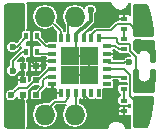
<source format=gbl>
G04 #@! TF.FileFunction,Copper,L2,Bot,Signal*
%FSLAX46Y46*%
G04 Gerber Fmt 4.6, Leading zero omitted, Abs format (unit mm)*
G04 Created by KiCad (PCBNEW 4.0.5) date 12/10/17 16:05:20*
%MOMM*%
%LPD*%
G01*
G04 APERTURE LIST*
%ADD10C,0.100000*%
%ADD11R,1.727200X2.032000*%
%ADD12O,1.727200X1.727200*%
%ADD13R,0.600000X0.400000*%
%ADD14R,0.600000X0.500000*%
%ADD15R,0.400000X0.600000*%
%ADD16R,0.750000X0.300000*%
%ADD17R,0.300000X0.750000*%
%ADD18R,1.600000X1.600000*%
%ADD19C,0.600000*%
%ADD20C,0.152400*%
%ADD21C,0.300000*%
%ADD22C,0.254000*%
G04 APERTURE END LIST*
D10*
D11*
X18060000Y-27650000D03*
D12*
X20600000Y-27650000D03*
X23140000Y-27650000D03*
X25680000Y-27650000D03*
D13*
X27300000Y-25450000D03*
X27300000Y-24550000D03*
X27300000Y-20410000D03*
X27300000Y-19510000D03*
D14*
X18775000Y-25950000D03*
X19875000Y-25950000D03*
X19875000Y-23550000D03*
X18775000Y-23550000D03*
X19875000Y-24750000D03*
X18775000Y-24750000D03*
D13*
X27300000Y-26450000D03*
X27300000Y-27350000D03*
X27300000Y-22100000D03*
X27300000Y-21200000D03*
D15*
X19050000Y-22300000D03*
X19950000Y-22300000D03*
X19050000Y-21000000D03*
X19950000Y-21000000D03*
D11*
X18070000Y-19350000D03*
D12*
X20610000Y-19350000D03*
X23150000Y-19350000D03*
X25690000Y-19350000D03*
D13*
X28500000Y-20550000D03*
X28500000Y-21450000D03*
X28500000Y-25300000D03*
X28500000Y-26200000D03*
D16*
X25900000Y-21825000D03*
X25900000Y-22475000D03*
X25900000Y-23125000D03*
X25900000Y-23775000D03*
X25900000Y-24425000D03*
X25900000Y-25075000D03*
D17*
X25200000Y-25775000D03*
X24550000Y-25775000D03*
X23900000Y-25775000D03*
X23250000Y-25775000D03*
X22600000Y-25775000D03*
X21950000Y-25775000D03*
D16*
X21250000Y-25075000D03*
X21250000Y-24425000D03*
X21250000Y-23775000D03*
X21250000Y-23125000D03*
X21250000Y-22475000D03*
X21250000Y-21825000D03*
D17*
X21950000Y-21125000D03*
X22600000Y-21125000D03*
X23250000Y-21125000D03*
X23900000Y-21125000D03*
X24550000Y-21125000D03*
X25200000Y-21125000D03*
D18*
X22775000Y-24250000D03*
X22775000Y-22650000D03*
X24375000Y-24250000D03*
X24375000Y-22650000D03*
D19*
X24490000Y-18770000D03*
X17750010Y-21000000D03*
X26202402Y-18600000D03*
X26797680Y-22704641D03*
X26202402Y-25900000D03*
X17750000Y-26000000D03*
X17900000Y-21925000D03*
X17900000Y-23925000D03*
X27730000Y-23220000D03*
X28500000Y-21790000D03*
X28300000Y-26500000D03*
X28300000Y-20450000D03*
X28500000Y-25230000D03*
D20*
X23250000Y-21125000D02*
X23250000Y-22175000D01*
X23250000Y-22175000D02*
X22775000Y-22650000D01*
X24375000Y-24250000D02*
X22775000Y-24250000D01*
X22775000Y-22650000D02*
X24375000Y-22650000D01*
D21*
X24490000Y-18770000D02*
X24490000Y-19710000D01*
X24490000Y-19710000D02*
X23790000Y-20410000D01*
X23790000Y-20410000D02*
X23640000Y-20410000D01*
X23640000Y-20410000D02*
X23250000Y-20800000D01*
X23250000Y-20800000D02*
X23250000Y-21125000D01*
D20*
X18700000Y-23550000D02*
X18700000Y-24750000D01*
X18700000Y-24750000D02*
X17400000Y-24750000D01*
X17400000Y-24750000D02*
X17220000Y-24930000D01*
X17220000Y-24930000D02*
X17220000Y-26370000D01*
X17220000Y-26370000D02*
X17400000Y-26550000D01*
X17400000Y-26550000D02*
X17400000Y-28500000D01*
X17260000Y-24900000D02*
X17300000Y-24860000D01*
X17300000Y-24860000D02*
X17300000Y-21450010D01*
X17300000Y-21450010D02*
X17450011Y-21299999D01*
X17450011Y-21299999D02*
X17750010Y-21000000D01*
X24375000Y-22650000D02*
X24375000Y-24250000D01*
X23230000Y-22195000D02*
X22775000Y-22650000D01*
X17960000Y-27650000D02*
X17960000Y-27497600D01*
X18700000Y-25950000D02*
X18700000Y-27160000D01*
X18700000Y-27160000D02*
X17960000Y-27900000D01*
X26202402Y-18600000D02*
X26202402Y-18837598D01*
X26202402Y-18837598D02*
X25690000Y-19350000D01*
X26525000Y-22475000D02*
X26740000Y-22690000D01*
X26740000Y-22690000D02*
X26783039Y-22690000D01*
X26783039Y-22690000D02*
X26797680Y-22704641D01*
X26202402Y-25900000D02*
X25680000Y-26422402D01*
X25680000Y-26422402D02*
X25680000Y-27650000D01*
X26600000Y-19000000D02*
X26040000Y-19000000D01*
X26040000Y-19000000D02*
X25690000Y-19350000D01*
X19875000Y-23550000D02*
X19510000Y-23185000D01*
X19510000Y-23185000D02*
X19510000Y-20010000D01*
X19510000Y-20010000D02*
X19170000Y-19670000D01*
X19170000Y-19670000D02*
X19170000Y-18240000D01*
X19370000Y-27140000D02*
X20000000Y-26510000D01*
X20000000Y-26510000D02*
X20850000Y-26510000D01*
X21270000Y-26090000D02*
X21270000Y-25770000D01*
X19140000Y-28750000D02*
X19370000Y-28520000D01*
X19370000Y-28520000D02*
X19370000Y-27140000D01*
X20850000Y-26510000D02*
X21270000Y-26090000D01*
X23900000Y-21125000D02*
X23900000Y-20850000D01*
X23900000Y-20850000D02*
X25400000Y-19350000D01*
X25400000Y-19350000D02*
X25690000Y-19350000D01*
X27050000Y-28200000D02*
X26100000Y-28200000D01*
X26100000Y-28200000D02*
X23900000Y-26000000D01*
X27300000Y-28370000D02*
X27300000Y-27350000D01*
X21270000Y-25770000D02*
X21270000Y-25095000D01*
X21270000Y-25095000D02*
X21250000Y-25075000D01*
X21945000Y-25770000D02*
X21950000Y-25775000D01*
X21270000Y-25770000D02*
X21945000Y-25770000D01*
X20675000Y-23125000D02*
X21250000Y-23125000D01*
X25900000Y-22475000D02*
X26525000Y-22475000D01*
X19800000Y-23550000D02*
X20250000Y-23550000D01*
X20250000Y-23550000D02*
X20675000Y-23125000D01*
X23900000Y-25898400D02*
X23900000Y-25775000D01*
X21250000Y-23775000D02*
X20975000Y-23775000D01*
X20975000Y-23775000D02*
X20000000Y-24750000D01*
X20000000Y-24750000D02*
X19800000Y-24750000D01*
X18049999Y-25700001D02*
X17750000Y-26000000D01*
X19150000Y-25350000D02*
X18400000Y-25350000D01*
X19750000Y-24750000D02*
X19150000Y-25350000D01*
X19800000Y-24750000D02*
X19750000Y-24750000D01*
X18400000Y-25350000D02*
X18049999Y-25700001D01*
X19900000Y-24900000D02*
X19850000Y-24900000D01*
X27300000Y-20410000D02*
X27300000Y-21200000D01*
X27300000Y-25450000D02*
X27300000Y-26450000D01*
X22600000Y-21125000D02*
X22600000Y-19725000D01*
X22600000Y-19725000D02*
X23075000Y-19250000D01*
X20535000Y-19250000D02*
X20650000Y-19250000D01*
X20650000Y-19250000D02*
X21950000Y-20550000D01*
X21950000Y-20550000D02*
X21950000Y-20648400D01*
X21950000Y-20648400D02*
X21950000Y-21125000D01*
X18225000Y-21925000D02*
X17900000Y-21925000D01*
X19050000Y-21100000D02*
X18225000Y-21925000D01*
X19050000Y-21000000D02*
X19050000Y-21100000D01*
X19050000Y-22300000D02*
X18725000Y-22300000D01*
X18725000Y-22300000D02*
X17900000Y-23125000D01*
X17900000Y-23125000D02*
X17900000Y-23925000D01*
X17900000Y-23123000D02*
X17900000Y-23925000D01*
X21250000Y-24425000D02*
X20825000Y-24425000D01*
X20825000Y-24425000D02*
X20500000Y-24750000D01*
X20500000Y-24750000D02*
X20500000Y-25250000D01*
X20500000Y-25250000D02*
X19800000Y-25950000D01*
X26870000Y-22100000D02*
X26595000Y-21825000D01*
X26595000Y-21825000D02*
X25900000Y-21825000D01*
X27300000Y-22100000D02*
X26870000Y-22100000D01*
X26125000Y-21825000D02*
X25900000Y-21825000D01*
X25900000Y-24425000D02*
X27175000Y-24425000D01*
X27175000Y-24425000D02*
X27300000Y-24550000D01*
X21250000Y-21825000D02*
X20675000Y-21825000D01*
X20675000Y-21825000D02*
X19950000Y-21100000D01*
X19950000Y-21100000D02*
X19950000Y-21000000D01*
X21250000Y-21825000D02*
X20925000Y-21825000D01*
X21250000Y-22475000D02*
X20125000Y-22475000D01*
X20125000Y-22475000D02*
X19950000Y-22300000D01*
X26033243Y-23233243D02*
X25900000Y-23100000D01*
X27292493Y-23233243D02*
X26033243Y-23233243D01*
X27305736Y-23220000D02*
X27292493Y-23233243D01*
X27730000Y-23220000D02*
X27305736Y-23220000D01*
X28500000Y-21790000D02*
X28500000Y-21500000D01*
X25900000Y-23775000D02*
X27350000Y-23775000D01*
X27350000Y-23775000D02*
X27850000Y-24275000D01*
X27850000Y-24275000D02*
X27850000Y-26050000D01*
X27850000Y-26050000D02*
X28000001Y-26200001D01*
X28000001Y-26200001D02*
X28300000Y-26500000D01*
X28750000Y-26500000D02*
X28724264Y-26500000D01*
X28724264Y-26500000D02*
X28300000Y-26500000D01*
X29000000Y-26250000D02*
X28750000Y-26500000D01*
X24550000Y-21125000D02*
X24550000Y-20900000D01*
X24550000Y-20900000D02*
X24940000Y-20510000D01*
X24940000Y-20510000D02*
X26215000Y-20510000D01*
X26215000Y-20510000D02*
X26765000Y-19960000D01*
X26765000Y-19960000D02*
X27810000Y-19960000D01*
X27810000Y-19960000D02*
X28300000Y-20450000D01*
X28125000Y-20300000D02*
X28275000Y-20450000D01*
X28275000Y-20450000D02*
X28300000Y-20450000D01*
X28425000Y-20575000D02*
X28300000Y-20450000D01*
X28649264Y-20575000D02*
X28425000Y-20575000D01*
X29150000Y-20500000D02*
X29075000Y-20575000D01*
X29075000Y-20575000D02*
X28649264Y-20575000D01*
X29150000Y-20600000D02*
X29125000Y-20575000D01*
X29125000Y-20575000D02*
X28649264Y-20575000D01*
X26675000Y-21125000D02*
X25200000Y-21125000D01*
X28500000Y-25230000D02*
X28320000Y-25050000D01*
X28320000Y-25050000D02*
X28320000Y-22730000D01*
X28320000Y-22730000D02*
X27830000Y-22240000D01*
X27830000Y-22240000D02*
X27830000Y-21740000D01*
X27830000Y-21740000D02*
X27740000Y-21650000D01*
X27740000Y-21650000D02*
X26900000Y-21650000D01*
X26900000Y-21650000D02*
X26750000Y-21500000D01*
X26750000Y-21500000D02*
X26750000Y-21200000D01*
X26750000Y-21200000D02*
X26675000Y-21125000D01*
X28500000Y-25230000D02*
X28520000Y-25250000D01*
X28520000Y-25250000D02*
X29050000Y-25250000D01*
X29050000Y-25250000D02*
X29150000Y-25350000D01*
X22600000Y-25775000D02*
X22600000Y-26251600D01*
X22600000Y-26251600D02*
X22319200Y-26532400D01*
X22319200Y-26532400D02*
X21465200Y-26532400D01*
X21465200Y-26532400D02*
X20500000Y-27497600D01*
X20500000Y-27497600D02*
X20500000Y-27650000D01*
X20500000Y-27802400D02*
X20500000Y-27650000D01*
X20500000Y-27747600D02*
X20500000Y-27900000D01*
X23250000Y-25775000D02*
X23250000Y-27440000D01*
X23250000Y-27440000D02*
X23040000Y-27650000D01*
G36*
X18775050Y-25949950D02*
X18795050Y-25949950D01*
X18795050Y-25950050D01*
X18775050Y-25950050D01*
X18775050Y-26371450D01*
X18821400Y-26417800D01*
X18821400Y-28746400D01*
X17524977Y-28746400D01*
X17407608Y-28723054D01*
X17329283Y-28670718D01*
X17276945Y-28592391D01*
X17253600Y-28475024D01*
X17253600Y-26182837D01*
X17301613Y-26299037D01*
X17450181Y-26447864D01*
X17644394Y-26528508D01*
X17854684Y-26528692D01*
X18049037Y-26448387D01*
X18197864Y-26299819D01*
X18246400Y-26182931D01*
X18246400Y-26245472D01*
X18281203Y-26329492D01*
X18345509Y-26393798D01*
X18429529Y-26428600D01*
X18717800Y-26428600D01*
X18774950Y-26371450D01*
X18774950Y-25950050D01*
X18754950Y-25950050D01*
X18754950Y-25949950D01*
X18774950Y-25949950D01*
X18774950Y-25929950D01*
X18775050Y-25929950D01*
X18775050Y-25949950D01*
X18775050Y-25949950D01*
G37*
X18775050Y-25949950D02*
X18795050Y-25949950D01*
X18795050Y-25950050D01*
X18775050Y-25950050D01*
X18775050Y-26371450D01*
X18821400Y-26417800D01*
X18821400Y-28746400D01*
X17524977Y-28746400D01*
X17407608Y-28723054D01*
X17329283Y-28670718D01*
X17276945Y-28592391D01*
X17253600Y-28475024D01*
X17253600Y-26182837D01*
X17301613Y-26299037D01*
X17450181Y-26447864D01*
X17644394Y-26528508D01*
X17854684Y-26528692D01*
X18049037Y-26448387D01*
X18197864Y-26299819D01*
X18246400Y-26182931D01*
X18246400Y-26245472D01*
X18281203Y-26329492D01*
X18345509Y-26393798D01*
X18429529Y-26428600D01*
X18717800Y-26428600D01*
X18774950Y-26371450D01*
X18774950Y-25950050D01*
X18754950Y-25950050D01*
X18754950Y-25949950D01*
X18774950Y-25949950D01*
X18774950Y-25929950D01*
X18775050Y-25929950D01*
X18775050Y-25949950D01*
G36*
X18821400Y-20472303D02*
X18765286Y-20482862D01*
X18687482Y-20532928D01*
X18635285Y-20609320D01*
X18616922Y-20700000D01*
X18616922Y-21102026D01*
X18220797Y-21498151D01*
X18199819Y-21477136D01*
X18005606Y-21396492D01*
X17795316Y-21396308D01*
X17600963Y-21476613D01*
X17452136Y-21625181D01*
X17371492Y-21819394D01*
X17371308Y-22029684D01*
X17451613Y-22224037D01*
X17600181Y-22372864D01*
X17794394Y-22453508D01*
X18004684Y-22453692D01*
X18199037Y-22373387D01*
X18347864Y-22224819D01*
X18360724Y-22193848D01*
X18440526Y-22140526D01*
X18626030Y-21955022D01*
X18616922Y-22000000D01*
X18616922Y-22016698D01*
X18608358Y-22018402D01*
X18509474Y-22084474D01*
X17690501Y-22903447D01*
X17684474Y-22907474D01*
X17618402Y-23006358D01*
X17595200Y-23123000D01*
X17595200Y-23482366D01*
X17452136Y-23625181D01*
X17371492Y-23819394D01*
X17371308Y-24029684D01*
X17451613Y-24224037D01*
X17600181Y-24372864D01*
X17794394Y-24453508D01*
X18004684Y-24453692D01*
X18199037Y-24373387D01*
X18347864Y-24224819D01*
X18428508Y-24030606D01*
X18428510Y-24028178D01*
X18429529Y-24028600D01*
X18717800Y-24028600D01*
X18774950Y-23971450D01*
X18774950Y-23550050D01*
X18754950Y-23550050D01*
X18754950Y-23549950D01*
X18774950Y-23549950D01*
X18774950Y-23128550D01*
X18717800Y-23071400D01*
X18429529Y-23071400D01*
X18352920Y-23103132D01*
X18689229Y-22766823D01*
X18759320Y-22814715D01*
X18821400Y-22827286D01*
X18821400Y-23082200D01*
X18775050Y-23128550D01*
X18775050Y-23549950D01*
X18795050Y-23549950D01*
X18795050Y-23550050D01*
X18775050Y-23550050D01*
X18775050Y-23971450D01*
X18821400Y-24017800D01*
X18821400Y-24282200D01*
X18775050Y-24328550D01*
X18775050Y-24749950D01*
X18795050Y-24749950D01*
X18795050Y-24750050D01*
X18775050Y-24750050D01*
X18775050Y-24770050D01*
X18774950Y-24770050D01*
X18774950Y-24750050D01*
X18303550Y-24750050D01*
X18246400Y-24807200D01*
X18246400Y-25045472D01*
X18261851Y-25082773D01*
X18184474Y-25134474D01*
X17847463Y-25471485D01*
X17645316Y-25471308D01*
X17450963Y-25551613D01*
X17302136Y-25700181D01*
X17253600Y-25817069D01*
X17253600Y-24454528D01*
X18246400Y-24454528D01*
X18246400Y-24692800D01*
X18303550Y-24749950D01*
X18774950Y-24749950D01*
X18774950Y-24328550D01*
X18717800Y-24271400D01*
X18429529Y-24271400D01*
X18345509Y-24306202D01*
X18281203Y-24370508D01*
X18246400Y-24454528D01*
X17253600Y-24454528D01*
X17253600Y-18524976D01*
X17276945Y-18407609D01*
X17329283Y-18329282D01*
X17407608Y-18276946D01*
X17524977Y-18253600D01*
X18821400Y-18253600D01*
X18821400Y-20472303D01*
X18821400Y-20472303D01*
G37*
X18821400Y-20472303D02*
X18765286Y-20482862D01*
X18687482Y-20532928D01*
X18635285Y-20609320D01*
X18616922Y-20700000D01*
X18616922Y-21102026D01*
X18220797Y-21498151D01*
X18199819Y-21477136D01*
X18005606Y-21396492D01*
X17795316Y-21396308D01*
X17600963Y-21476613D01*
X17452136Y-21625181D01*
X17371492Y-21819394D01*
X17371308Y-22029684D01*
X17451613Y-22224037D01*
X17600181Y-22372864D01*
X17794394Y-22453508D01*
X18004684Y-22453692D01*
X18199037Y-22373387D01*
X18347864Y-22224819D01*
X18360724Y-22193848D01*
X18440526Y-22140526D01*
X18626030Y-21955022D01*
X18616922Y-22000000D01*
X18616922Y-22016698D01*
X18608358Y-22018402D01*
X18509474Y-22084474D01*
X17690501Y-22903447D01*
X17684474Y-22907474D01*
X17618402Y-23006358D01*
X17595200Y-23123000D01*
X17595200Y-23482366D01*
X17452136Y-23625181D01*
X17371492Y-23819394D01*
X17371308Y-24029684D01*
X17451613Y-24224037D01*
X17600181Y-24372864D01*
X17794394Y-24453508D01*
X18004684Y-24453692D01*
X18199037Y-24373387D01*
X18347864Y-24224819D01*
X18428508Y-24030606D01*
X18428510Y-24028178D01*
X18429529Y-24028600D01*
X18717800Y-24028600D01*
X18774950Y-23971450D01*
X18774950Y-23550050D01*
X18754950Y-23550050D01*
X18754950Y-23549950D01*
X18774950Y-23549950D01*
X18774950Y-23128550D01*
X18717800Y-23071400D01*
X18429529Y-23071400D01*
X18352920Y-23103132D01*
X18689229Y-22766823D01*
X18759320Y-22814715D01*
X18821400Y-22827286D01*
X18821400Y-23082200D01*
X18775050Y-23128550D01*
X18775050Y-23549950D01*
X18795050Y-23549950D01*
X18795050Y-23550050D01*
X18775050Y-23550050D01*
X18775050Y-23971450D01*
X18821400Y-24017800D01*
X18821400Y-24282200D01*
X18775050Y-24328550D01*
X18775050Y-24749950D01*
X18795050Y-24749950D01*
X18795050Y-24750050D01*
X18775050Y-24750050D01*
X18775050Y-24770050D01*
X18774950Y-24770050D01*
X18774950Y-24750050D01*
X18303550Y-24750050D01*
X18246400Y-24807200D01*
X18246400Y-25045472D01*
X18261851Y-25082773D01*
X18184474Y-25134474D01*
X17847463Y-25471485D01*
X17645316Y-25471308D01*
X17450963Y-25551613D01*
X17302136Y-25700181D01*
X17253600Y-25817069D01*
X17253600Y-24454528D01*
X18246400Y-24454528D01*
X18246400Y-24692800D01*
X18303550Y-24749950D01*
X18774950Y-24749950D01*
X18774950Y-24328550D01*
X18717800Y-24271400D01*
X18429529Y-24271400D01*
X18345509Y-24306202D01*
X18281203Y-24370508D01*
X18246400Y-24454528D01*
X17253600Y-24454528D01*
X17253600Y-18524976D01*
X17276945Y-18407609D01*
X17329283Y-18329282D01*
X17407608Y-18276946D01*
X17524977Y-18253600D01*
X18821400Y-18253600D01*
X18821400Y-20472303D01*
D22*
G36*
X29206339Y-18395118D02*
X29218872Y-18426451D01*
X29238872Y-18476452D01*
X29245538Y-18486697D01*
X29249661Y-18498203D01*
X29271076Y-18533896D01*
X29285800Y-18578067D01*
X29344754Y-18754929D01*
X29383848Y-18891758D01*
X29386677Y-18897264D01*
X29387678Y-18903371D01*
X29415528Y-18977637D01*
X29433154Y-19039329D01*
X29452538Y-19116865D01*
X29470059Y-19186951D01*
X29478930Y-19266786D01*
X29481435Y-19274687D01*
X29481620Y-19282973D01*
X29501619Y-19372973D01*
X29502439Y-19374834D01*
X29502538Y-19376865D01*
X29521663Y-19453365D01*
X29540952Y-19549809D01*
X29541583Y-19551329D01*
X29541620Y-19552973D01*
X29559655Y-19634134D01*
X29568754Y-19725125D01*
X29570944Y-19732306D01*
X29570952Y-19739810D01*
X29590952Y-19839809D01*
X29590952Y-19839810D01*
X29609493Y-19932513D01*
X29618754Y-20025125D01*
X29620554Y-20031026D01*
X29620452Y-20037191D01*
X29639360Y-20141183D01*
X29648754Y-20235125D01*
X29650554Y-20241026D01*
X29650452Y-20247191D01*
X29669238Y-20350511D01*
X29678575Y-20453223D01*
X29688525Y-20572623D01*
X29690574Y-20579764D01*
X29690452Y-20587191D01*
X29709136Y-20689950D01*
X29718525Y-20802623D01*
X29724390Y-20873000D01*
X28127000Y-20873000D01*
X28127000Y-18377000D01*
X29192750Y-18377000D01*
X29206339Y-18395118D01*
X29206339Y-18395118D01*
G37*
X29206339Y-18395118D02*
X29218872Y-18426451D01*
X29238872Y-18476452D01*
X29245538Y-18486697D01*
X29249661Y-18498203D01*
X29271076Y-18533896D01*
X29285800Y-18578067D01*
X29344754Y-18754929D01*
X29383848Y-18891758D01*
X29386677Y-18897264D01*
X29387678Y-18903371D01*
X29415528Y-18977637D01*
X29433154Y-19039329D01*
X29452538Y-19116865D01*
X29470059Y-19186951D01*
X29478930Y-19266786D01*
X29481435Y-19274687D01*
X29481620Y-19282973D01*
X29501619Y-19372973D01*
X29502439Y-19374834D01*
X29502538Y-19376865D01*
X29521663Y-19453365D01*
X29540952Y-19549809D01*
X29541583Y-19551329D01*
X29541620Y-19552973D01*
X29559655Y-19634134D01*
X29568754Y-19725125D01*
X29570944Y-19732306D01*
X29570952Y-19739810D01*
X29590952Y-19839809D01*
X29590952Y-19839810D01*
X29609493Y-19932513D01*
X29618754Y-20025125D01*
X29620554Y-20031026D01*
X29620452Y-20037191D01*
X29639360Y-20141183D01*
X29648754Y-20235125D01*
X29650554Y-20241026D01*
X29650452Y-20247191D01*
X29669238Y-20350511D01*
X29678575Y-20453223D01*
X29688525Y-20572623D01*
X29690574Y-20579764D01*
X29690452Y-20587191D01*
X29709136Y-20689950D01*
X29718525Y-20802623D01*
X29724390Y-20873000D01*
X28127000Y-20873000D01*
X28127000Y-18377000D01*
X29192750Y-18377000D01*
X29206339Y-18395118D01*
G36*
X29768448Y-21411658D02*
X29768581Y-21412132D01*
X29768525Y-21412623D01*
X29778489Y-21532191D01*
X29788448Y-21661658D01*
X29788581Y-21662132D01*
X29788525Y-21662623D01*
X29798489Y-21782191D01*
X29808000Y-21905834D01*
X29808000Y-22030000D01*
X29809152Y-22035794D01*
X29808448Y-22041658D01*
X29828000Y-22295834D01*
X29828000Y-22430000D01*
X29829152Y-22435794D01*
X29828448Y-22441658D01*
X29838000Y-22565834D01*
X29838000Y-22830000D01*
X29839152Y-22835794D01*
X29838448Y-22841658D01*
X29848000Y-22965834D01*
X29848000Y-23123000D01*
X29602000Y-23123000D01*
X29602000Y-22650000D01*
X29598119Y-22630488D01*
X29598119Y-22610592D01*
X29567671Y-22457519D01*
X29537509Y-22384702D01*
X29537507Y-22384700D01*
X29450800Y-22254932D01*
X29450800Y-22254931D01*
X29422934Y-22227066D01*
X29395069Y-22199200D01*
X29395066Y-22199199D01*
X29265298Y-22112491D01*
X29192481Y-22082329D01*
X29039408Y-22051881D01*
X28960592Y-22051881D01*
X28807519Y-22082329D01*
X28734702Y-22112491D01*
X28734700Y-22112493D01*
X28604934Y-22199199D01*
X28604931Y-22199200D01*
X28577066Y-22227066D01*
X28549200Y-22254931D01*
X28549200Y-22254932D01*
X28468541Y-22375647D01*
X28185600Y-22092706D01*
X28185600Y-21740000D01*
X28170209Y-21662623D01*
X28158532Y-21603917D01*
X28127000Y-21556727D01*
X28127000Y-21377000D01*
X29765782Y-21377000D01*
X29768448Y-21411658D01*
X29768448Y-21411658D01*
G37*
X29768448Y-21411658D02*
X29768581Y-21412132D01*
X29768525Y-21412623D01*
X29778489Y-21532191D01*
X29788448Y-21661658D01*
X29788581Y-21662132D01*
X29788525Y-21662623D01*
X29798489Y-21782191D01*
X29808000Y-21905834D01*
X29808000Y-22030000D01*
X29809152Y-22035794D01*
X29808448Y-22041658D01*
X29828000Y-22295834D01*
X29828000Y-22430000D01*
X29829152Y-22435794D01*
X29828448Y-22441658D01*
X29838000Y-22565834D01*
X29838000Y-22830000D01*
X29839152Y-22835794D01*
X29838448Y-22841658D01*
X29848000Y-22965834D01*
X29848000Y-23123000D01*
X29602000Y-23123000D01*
X29602000Y-22650000D01*
X29598119Y-22630488D01*
X29598119Y-22610592D01*
X29567671Y-22457519D01*
X29537509Y-22384702D01*
X29537507Y-22384700D01*
X29450800Y-22254932D01*
X29450800Y-22254931D01*
X29422934Y-22227066D01*
X29395069Y-22199200D01*
X29395066Y-22199199D01*
X29265298Y-22112491D01*
X29192481Y-22082329D01*
X29039408Y-22051881D01*
X28960592Y-22051881D01*
X28807519Y-22082329D01*
X28734702Y-22112491D01*
X28734700Y-22112493D01*
X28604934Y-22199199D01*
X28604931Y-22199200D01*
X28577066Y-22227066D01*
X28549200Y-22254931D01*
X28549200Y-22254932D01*
X28468541Y-22375647D01*
X28185600Y-22092706D01*
X28185600Y-21740000D01*
X28170209Y-21662623D01*
X28158532Y-21603917D01*
X28127000Y-21556727D01*
X28127000Y-21377000D01*
X29765782Y-21377000D01*
X29768448Y-21411658D01*
G36*
X28398000Y-24350000D02*
X28401881Y-24369512D01*
X28401881Y-24389408D01*
X28432329Y-24542481D01*
X28462491Y-24615298D01*
X28549199Y-24745066D01*
X28549200Y-24745069D01*
X28577066Y-24772934D01*
X28604931Y-24800800D01*
X28604934Y-24800801D01*
X28734700Y-24887507D01*
X28734702Y-24887509D01*
X28807519Y-24917671D01*
X28960592Y-24948119D01*
X29039408Y-24948119D01*
X29192481Y-24917671D01*
X29265298Y-24887509D01*
X29395066Y-24800801D01*
X29395069Y-24800800D01*
X29422934Y-24772934D01*
X29450800Y-24745069D01*
X29450801Y-24745066D01*
X29537508Y-24615299D01*
X29537509Y-24615298D01*
X29567671Y-24542481D01*
X29598119Y-24389408D01*
X29598119Y-24369512D01*
X29602000Y-24350000D01*
X29602000Y-23877000D01*
X29848000Y-23877000D01*
X29848000Y-24034166D01*
X29838448Y-24158342D01*
X29839152Y-24164206D01*
X29838000Y-24170000D01*
X29838000Y-24434166D01*
X29828448Y-24558342D01*
X29829152Y-24564206D01*
X29828000Y-24570000D01*
X29828000Y-24704166D01*
X29808448Y-24958342D01*
X29809152Y-24964206D01*
X29808000Y-24970000D01*
X29808000Y-25094166D01*
X29798489Y-25217809D01*
X29788525Y-25337377D01*
X29788581Y-25337868D01*
X29788448Y-25338342D01*
X29778489Y-25467809D01*
X29768525Y-25587377D01*
X29768581Y-25587868D01*
X29768448Y-25588342D01*
X29765782Y-25623000D01*
X28205600Y-25623000D01*
X28205600Y-24275000D01*
X28187110Y-24182043D01*
X28178532Y-24138917D01*
X28127000Y-24061795D01*
X28127000Y-23877000D01*
X28398000Y-23877000D01*
X28398000Y-24350000D01*
X28398000Y-24350000D01*
G37*
X28398000Y-24350000D02*
X28401881Y-24369512D01*
X28401881Y-24389408D01*
X28432329Y-24542481D01*
X28462491Y-24615298D01*
X28549199Y-24745066D01*
X28549200Y-24745069D01*
X28577066Y-24772934D01*
X28604931Y-24800800D01*
X28604934Y-24800801D01*
X28734700Y-24887507D01*
X28734702Y-24887509D01*
X28807519Y-24917671D01*
X28960592Y-24948119D01*
X29039408Y-24948119D01*
X29192481Y-24917671D01*
X29265298Y-24887509D01*
X29395066Y-24800801D01*
X29395069Y-24800800D01*
X29422934Y-24772934D01*
X29450800Y-24745069D01*
X29450801Y-24745066D01*
X29537508Y-24615299D01*
X29537509Y-24615298D01*
X29567671Y-24542481D01*
X29598119Y-24389408D01*
X29598119Y-24369512D01*
X29602000Y-24350000D01*
X29602000Y-23877000D01*
X29848000Y-23877000D01*
X29848000Y-24034166D01*
X29838448Y-24158342D01*
X29839152Y-24164206D01*
X29838000Y-24170000D01*
X29838000Y-24434166D01*
X29828448Y-24558342D01*
X29829152Y-24564206D01*
X29828000Y-24570000D01*
X29828000Y-24704166D01*
X29808448Y-24958342D01*
X29809152Y-24964206D01*
X29808000Y-24970000D01*
X29808000Y-25094166D01*
X29798489Y-25217809D01*
X29788525Y-25337377D01*
X29788581Y-25337868D01*
X29788448Y-25338342D01*
X29778489Y-25467809D01*
X29768525Y-25587377D01*
X29768581Y-25587868D01*
X29768448Y-25588342D01*
X29765782Y-25623000D01*
X28205600Y-25623000D01*
X28205600Y-24275000D01*
X28187110Y-24182043D01*
X28178532Y-24138917D01*
X28127000Y-24061795D01*
X28127000Y-23877000D01*
X28398000Y-23877000D01*
X28398000Y-24350000D01*
G36*
X29718525Y-26197377D02*
X29709136Y-26310050D01*
X29690452Y-26412809D01*
X29690574Y-26420236D01*
X29688525Y-26427377D01*
X29678575Y-26546777D01*
X29669238Y-26649489D01*
X29650452Y-26752809D01*
X29650554Y-26758974D01*
X29648754Y-26764875D01*
X29639360Y-26858817D01*
X29620452Y-26962809D01*
X29620554Y-26968974D01*
X29618754Y-26974875D01*
X29609493Y-27067487D01*
X29590952Y-27160190D01*
X29590952Y-27160191D01*
X29570952Y-27260190D01*
X29570944Y-27267694D01*
X29568754Y-27274875D01*
X29559655Y-27365866D01*
X29541620Y-27447027D01*
X29541583Y-27448671D01*
X29540952Y-27450191D01*
X29521663Y-27546635D01*
X29502538Y-27623135D01*
X29502439Y-27625166D01*
X29501619Y-27627027D01*
X29481620Y-27717027D01*
X29481435Y-27725313D01*
X29478930Y-27733214D01*
X29470059Y-27813049D01*
X29452538Y-27883135D01*
X29433154Y-27960671D01*
X29415528Y-28022363D01*
X29387678Y-28096629D01*
X29386677Y-28102736D01*
X29383848Y-28108242D01*
X29344754Y-28245071D01*
X29285800Y-28421933D01*
X29271076Y-28466104D01*
X29249661Y-28501797D01*
X29245538Y-28513303D01*
X29238872Y-28523548D01*
X29218873Y-28573546D01*
X29218872Y-28573548D01*
X29206339Y-28604882D01*
X29192750Y-28623000D01*
X28127000Y-28623000D01*
X28127000Y-26127000D01*
X29724390Y-26127000D01*
X29718525Y-26197377D01*
X29718525Y-26197377D01*
G37*
X29718525Y-26197377D02*
X29709136Y-26310050D01*
X29690452Y-26412809D01*
X29690574Y-26420236D01*
X29688525Y-26427377D01*
X29678575Y-26546777D01*
X29669238Y-26649489D01*
X29650452Y-26752809D01*
X29650554Y-26758974D01*
X29648754Y-26764875D01*
X29639360Y-26858817D01*
X29620452Y-26962809D01*
X29620554Y-26968974D01*
X29618754Y-26974875D01*
X29609493Y-27067487D01*
X29590952Y-27160190D01*
X29590952Y-27160191D01*
X29570952Y-27260190D01*
X29570944Y-27267694D01*
X29568754Y-27274875D01*
X29559655Y-27365866D01*
X29541620Y-27447027D01*
X29541583Y-27448671D01*
X29540952Y-27450191D01*
X29521663Y-27546635D01*
X29502538Y-27623135D01*
X29502439Y-27625166D01*
X29501619Y-27627027D01*
X29481620Y-27717027D01*
X29481435Y-27725313D01*
X29478930Y-27733214D01*
X29470059Y-27813049D01*
X29452538Y-27883135D01*
X29433154Y-27960671D01*
X29415528Y-28022363D01*
X29387678Y-28096629D01*
X29386677Y-28102736D01*
X29383848Y-28108242D01*
X29344754Y-28245071D01*
X29285800Y-28421933D01*
X29271076Y-28466104D01*
X29249661Y-28501797D01*
X29245538Y-28513303D01*
X29238872Y-28523548D01*
X29218873Y-28573546D01*
X29218872Y-28573548D01*
X29206339Y-28604882D01*
X29192750Y-28623000D01*
X28127000Y-28623000D01*
X28127000Y-26127000D01*
X29724390Y-26127000D01*
X29718525Y-26197377D01*
D20*
G36*
X26766922Y-24750000D02*
X26782862Y-24834714D01*
X26832928Y-24912518D01*
X26909320Y-24964715D01*
X27000000Y-24983078D01*
X27545200Y-24983078D01*
X27545200Y-25016922D01*
X27000000Y-25016922D01*
X26915286Y-25032862D01*
X26837482Y-25082928D01*
X26785285Y-25159320D01*
X26766922Y-25250000D01*
X26766922Y-25650000D01*
X26782862Y-25734714D01*
X26832928Y-25812518D01*
X26909320Y-25864715D01*
X26995200Y-25882106D01*
X26995200Y-26017825D01*
X26915286Y-26032862D01*
X26837482Y-26082928D01*
X26785285Y-26159320D01*
X26766922Y-26250000D01*
X26766922Y-26650000D01*
X26782862Y-26734714D01*
X26832928Y-26812518D01*
X26909320Y-26864715D01*
X27000000Y-26883078D01*
X27600000Y-26883078D01*
X27684714Y-26867138D01*
X27762518Y-26817072D01*
X27793800Y-26771290D01*
X27793800Y-27020514D01*
X27793798Y-27020509D01*
X27729492Y-26956203D01*
X27645472Y-26921400D01*
X27357200Y-26921400D01*
X27300050Y-26978550D01*
X27300050Y-27349950D01*
X27320050Y-27349950D01*
X27320050Y-27350050D01*
X27300050Y-27350050D01*
X27300050Y-27721450D01*
X27357200Y-27778600D01*
X27645472Y-27778600D01*
X27729492Y-27743797D01*
X27793798Y-27679491D01*
X27793800Y-27679486D01*
X27793800Y-28750000D01*
X27797337Y-28768800D01*
X27489742Y-28768800D01*
X27481086Y-28725285D01*
X27471143Y-28701280D01*
X27446564Y-28641942D01*
X27316500Y-28447288D01*
X27252712Y-28383500D01*
X27252708Y-28383498D01*
X27058058Y-28253436D01*
X26992989Y-28226484D01*
X26974714Y-28218914D01*
X26745105Y-28173242D01*
X26700000Y-28173243D01*
X26654895Y-28173242D01*
X26425285Y-28218914D01*
X26341942Y-28253436D01*
X26147288Y-28383500D01*
X26083500Y-28447288D01*
X26083498Y-28447292D01*
X25953436Y-28641942D01*
X25944871Y-28662620D01*
X25918914Y-28725286D01*
X25910259Y-28768800D01*
X19130034Y-28768800D01*
X19138315Y-28756680D01*
X19156678Y-28666000D01*
X19156678Y-26634000D01*
X19140738Y-26549286D01*
X19126200Y-26526694D01*
X19126200Y-26423444D01*
X19159714Y-26417138D01*
X19237518Y-26367072D01*
X19289715Y-26290680D01*
X19308078Y-26200000D01*
X19308078Y-25700000D01*
X19292138Y-25615286D01*
X19291812Y-25614780D01*
X19365526Y-25565526D01*
X19697974Y-25233078D01*
X20085870Y-25233078D01*
X19852026Y-25466922D01*
X19575000Y-25466922D01*
X19490286Y-25482862D01*
X19412482Y-25532928D01*
X19360285Y-25609320D01*
X19341922Y-25700000D01*
X19341922Y-26200000D01*
X19357862Y-26284714D01*
X19407928Y-26362518D01*
X19484320Y-26414715D01*
X19575000Y-26433078D01*
X20175000Y-26433078D01*
X20259714Y-26417138D01*
X20337518Y-26367072D01*
X20389715Y-26290680D01*
X20408078Y-26200000D01*
X20408078Y-25772974D01*
X20715526Y-25465526D01*
X20746480Y-25419200D01*
X20829529Y-25453600D01*
X21192800Y-25453600D01*
X21249950Y-25396450D01*
X21249950Y-25075050D01*
X21229950Y-25075050D01*
X21229950Y-25074950D01*
X21249950Y-25074950D01*
X21249950Y-25054950D01*
X21250050Y-25054950D01*
X21250050Y-25074950D01*
X21270050Y-25074950D01*
X21270050Y-25075050D01*
X21250050Y-25075050D01*
X21250050Y-25396450D01*
X21307200Y-25453600D01*
X21571400Y-25453600D01*
X21571400Y-25717800D01*
X21628550Y-25774950D01*
X21949950Y-25774950D01*
X21949950Y-25754950D01*
X21950050Y-25754950D01*
X21950050Y-25774950D01*
X21970050Y-25774950D01*
X21970050Y-25775050D01*
X21950050Y-25775050D01*
X21950050Y-25795050D01*
X21949950Y-25795050D01*
X21949950Y-25775050D01*
X21628550Y-25775050D01*
X21571400Y-25832200D01*
X21571400Y-26195471D01*
X21584708Y-26227600D01*
X21465200Y-26227600D01*
X21348558Y-26250802D01*
X21281639Y-26295516D01*
X21249674Y-26316874D01*
X20958779Y-26607769D01*
X20600000Y-26536403D01*
X20182033Y-26619542D01*
X19827698Y-26856301D01*
X19590939Y-27210636D01*
X19507800Y-27628603D01*
X19507800Y-27671397D01*
X19590939Y-28089364D01*
X19827698Y-28443699D01*
X20182033Y-28680458D01*
X20600000Y-28763597D01*
X21017967Y-28680458D01*
X21372302Y-28443699D01*
X21609061Y-28089364D01*
X21692200Y-27671397D01*
X21692200Y-27628603D01*
X21609061Y-27210636D01*
X21452430Y-26976222D01*
X21591452Y-26837200D01*
X22319200Y-26837200D01*
X22428960Y-26815367D01*
X22367698Y-26856301D01*
X22130939Y-27210636D01*
X22047800Y-27628603D01*
X22047800Y-27671397D01*
X22130939Y-28089364D01*
X22367698Y-28443699D01*
X22722033Y-28680458D01*
X23140000Y-28763597D01*
X23557967Y-28680458D01*
X23912302Y-28443699D01*
X24149061Y-28089364D01*
X24232200Y-27671397D01*
X24232200Y-27628603D01*
X24188161Y-27407200D01*
X26771400Y-27407200D01*
X26771400Y-27595471D01*
X26806202Y-27679491D01*
X26870508Y-27743797D01*
X26954528Y-27778600D01*
X27242800Y-27778600D01*
X27299950Y-27721450D01*
X27299950Y-27350050D01*
X26828550Y-27350050D01*
X26771400Y-27407200D01*
X24188161Y-27407200D01*
X24149061Y-27210636D01*
X24078163Y-27104529D01*
X26771400Y-27104529D01*
X26771400Y-27292800D01*
X26828550Y-27349950D01*
X27299950Y-27349950D01*
X27299950Y-26978550D01*
X27242800Y-26921400D01*
X26954528Y-26921400D01*
X26870508Y-26956203D01*
X26806202Y-27020509D01*
X26771400Y-27104529D01*
X24078163Y-27104529D01*
X23912302Y-26856301D01*
X23557967Y-26619542D01*
X23554800Y-26618912D01*
X23554800Y-26322038D01*
X23562518Y-26317072D01*
X23575209Y-26298498D01*
X23620508Y-26343797D01*
X23704528Y-26378600D01*
X23842800Y-26378600D01*
X23899950Y-26321450D01*
X23899950Y-25775050D01*
X23879950Y-25775050D01*
X23879950Y-25774950D01*
X23899950Y-25774950D01*
X23899950Y-25754950D01*
X23900050Y-25754950D01*
X23900050Y-25774950D01*
X23920050Y-25774950D01*
X23920050Y-25775050D01*
X23900050Y-25775050D01*
X23900050Y-26321450D01*
X23957200Y-26378600D01*
X24095472Y-26378600D01*
X24179492Y-26343797D01*
X24224253Y-26299036D01*
X24232928Y-26312518D01*
X24309320Y-26364715D01*
X24400000Y-26383078D01*
X24700000Y-26383078D01*
X24784714Y-26367138D01*
X24862518Y-26317072D01*
X24874538Y-26299480D01*
X24882928Y-26312518D01*
X24959320Y-26364715D01*
X25050000Y-26383078D01*
X25350000Y-26383078D01*
X25434714Y-26367138D01*
X25512518Y-26317072D01*
X25564715Y-26240680D01*
X25583078Y-26150000D01*
X25583078Y-25458078D01*
X26275000Y-25458078D01*
X26359714Y-25442138D01*
X26437518Y-25392072D01*
X26489715Y-25315680D01*
X26508078Y-25225000D01*
X26508078Y-24925000D01*
X26492138Y-24840286D01*
X26442072Y-24762482D01*
X26424480Y-24750462D01*
X26437518Y-24742072D01*
X26445903Y-24729800D01*
X26766922Y-24729800D01*
X26766922Y-24750000D01*
X26766922Y-24750000D01*
G37*
X26766922Y-24750000D02*
X26782862Y-24834714D01*
X26832928Y-24912518D01*
X26909320Y-24964715D01*
X27000000Y-24983078D01*
X27545200Y-24983078D01*
X27545200Y-25016922D01*
X27000000Y-25016922D01*
X26915286Y-25032862D01*
X26837482Y-25082928D01*
X26785285Y-25159320D01*
X26766922Y-25250000D01*
X26766922Y-25650000D01*
X26782862Y-25734714D01*
X26832928Y-25812518D01*
X26909320Y-25864715D01*
X26995200Y-25882106D01*
X26995200Y-26017825D01*
X26915286Y-26032862D01*
X26837482Y-26082928D01*
X26785285Y-26159320D01*
X26766922Y-26250000D01*
X26766922Y-26650000D01*
X26782862Y-26734714D01*
X26832928Y-26812518D01*
X26909320Y-26864715D01*
X27000000Y-26883078D01*
X27600000Y-26883078D01*
X27684714Y-26867138D01*
X27762518Y-26817072D01*
X27793800Y-26771290D01*
X27793800Y-27020514D01*
X27793798Y-27020509D01*
X27729492Y-26956203D01*
X27645472Y-26921400D01*
X27357200Y-26921400D01*
X27300050Y-26978550D01*
X27300050Y-27349950D01*
X27320050Y-27349950D01*
X27320050Y-27350050D01*
X27300050Y-27350050D01*
X27300050Y-27721450D01*
X27357200Y-27778600D01*
X27645472Y-27778600D01*
X27729492Y-27743797D01*
X27793798Y-27679491D01*
X27793800Y-27679486D01*
X27793800Y-28750000D01*
X27797337Y-28768800D01*
X27489742Y-28768800D01*
X27481086Y-28725285D01*
X27471143Y-28701280D01*
X27446564Y-28641942D01*
X27316500Y-28447288D01*
X27252712Y-28383500D01*
X27252708Y-28383498D01*
X27058058Y-28253436D01*
X26992989Y-28226484D01*
X26974714Y-28218914D01*
X26745105Y-28173242D01*
X26700000Y-28173243D01*
X26654895Y-28173242D01*
X26425285Y-28218914D01*
X26341942Y-28253436D01*
X26147288Y-28383500D01*
X26083500Y-28447288D01*
X26083498Y-28447292D01*
X25953436Y-28641942D01*
X25944871Y-28662620D01*
X25918914Y-28725286D01*
X25910259Y-28768800D01*
X19130034Y-28768800D01*
X19138315Y-28756680D01*
X19156678Y-28666000D01*
X19156678Y-26634000D01*
X19140738Y-26549286D01*
X19126200Y-26526694D01*
X19126200Y-26423444D01*
X19159714Y-26417138D01*
X19237518Y-26367072D01*
X19289715Y-26290680D01*
X19308078Y-26200000D01*
X19308078Y-25700000D01*
X19292138Y-25615286D01*
X19291812Y-25614780D01*
X19365526Y-25565526D01*
X19697974Y-25233078D01*
X20085870Y-25233078D01*
X19852026Y-25466922D01*
X19575000Y-25466922D01*
X19490286Y-25482862D01*
X19412482Y-25532928D01*
X19360285Y-25609320D01*
X19341922Y-25700000D01*
X19341922Y-26200000D01*
X19357862Y-26284714D01*
X19407928Y-26362518D01*
X19484320Y-26414715D01*
X19575000Y-26433078D01*
X20175000Y-26433078D01*
X20259714Y-26417138D01*
X20337518Y-26367072D01*
X20389715Y-26290680D01*
X20408078Y-26200000D01*
X20408078Y-25772974D01*
X20715526Y-25465526D01*
X20746480Y-25419200D01*
X20829529Y-25453600D01*
X21192800Y-25453600D01*
X21249950Y-25396450D01*
X21249950Y-25075050D01*
X21229950Y-25075050D01*
X21229950Y-25074950D01*
X21249950Y-25074950D01*
X21249950Y-25054950D01*
X21250050Y-25054950D01*
X21250050Y-25074950D01*
X21270050Y-25074950D01*
X21270050Y-25075050D01*
X21250050Y-25075050D01*
X21250050Y-25396450D01*
X21307200Y-25453600D01*
X21571400Y-25453600D01*
X21571400Y-25717800D01*
X21628550Y-25774950D01*
X21949950Y-25774950D01*
X21949950Y-25754950D01*
X21950050Y-25754950D01*
X21950050Y-25774950D01*
X21970050Y-25774950D01*
X21970050Y-25775050D01*
X21950050Y-25775050D01*
X21950050Y-25795050D01*
X21949950Y-25795050D01*
X21949950Y-25775050D01*
X21628550Y-25775050D01*
X21571400Y-25832200D01*
X21571400Y-26195471D01*
X21584708Y-26227600D01*
X21465200Y-26227600D01*
X21348558Y-26250802D01*
X21281639Y-26295516D01*
X21249674Y-26316874D01*
X20958779Y-26607769D01*
X20600000Y-26536403D01*
X20182033Y-26619542D01*
X19827698Y-26856301D01*
X19590939Y-27210636D01*
X19507800Y-27628603D01*
X19507800Y-27671397D01*
X19590939Y-28089364D01*
X19827698Y-28443699D01*
X20182033Y-28680458D01*
X20600000Y-28763597D01*
X21017967Y-28680458D01*
X21372302Y-28443699D01*
X21609061Y-28089364D01*
X21692200Y-27671397D01*
X21692200Y-27628603D01*
X21609061Y-27210636D01*
X21452430Y-26976222D01*
X21591452Y-26837200D01*
X22319200Y-26837200D01*
X22428960Y-26815367D01*
X22367698Y-26856301D01*
X22130939Y-27210636D01*
X22047800Y-27628603D01*
X22047800Y-27671397D01*
X22130939Y-28089364D01*
X22367698Y-28443699D01*
X22722033Y-28680458D01*
X23140000Y-28763597D01*
X23557967Y-28680458D01*
X23912302Y-28443699D01*
X24149061Y-28089364D01*
X24232200Y-27671397D01*
X24232200Y-27628603D01*
X24188161Y-27407200D01*
X26771400Y-27407200D01*
X26771400Y-27595471D01*
X26806202Y-27679491D01*
X26870508Y-27743797D01*
X26954528Y-27778600D01*
X27242800Y-27778600D01*
X27299950Y-27721450D01*
X27299950Y-27350050D01*
X26828550Y-27350050D01*
X26771400Y-27407200D01*
X24188161Y-27407200D01*
X24149061Y-27210636D01*
X24078163Y-27104529D01*
X26771400Y-27104529D01*
X26771400Y-27292800D01*
X26828550Y-27349950D01*
X27299950Y-27349950D01*
X27299950Y-26978550D01*
X27242800Y-26921400D01*
X26954528Y-26921400D01*
X26870508Y-26956203D01*
X26806202Y-27020509D01*
X26771400Y-27104529D01*
X24078163Y-27104529D01*
X23912302Y-26856301D01*
X23557967Y-26619542D01*
X23554800Y-26618912D01*
X23554800Y-26322038D01*
X23562518Y-26317072D01*
X23575209Y-26298498D01*
X23620508Y-26343797D01*
X23704528Y-26378600D01*
X23842800Y-26378600D01*
X23899950Y-26321450D01*
X23899950Y-25775050D01*
X23879950Y-25775050D01*
X23879950Y-25774950D01*
X23899950Y-25774950D01*
X23899950Y-25754950D01*
X23900050Y-25754950D01*
X23900050Y-25774950D01*
X23920050Y-25774950D01*
X23920050Y-25775050D01*
X23900050Y-25775050D01*
X23900050Y-26321450D01*
X23957200Y-26378600D01*
X24095472Y-26378600D01*
X24179492Y-26343797D01*
X24224253Y-26299036D01*
X24232928Y-26312518D01*
X24309320Y-26364715D01*
X24400000Y-26383078D01*
X24700000Y-26383078D01*
X24784714Y-26367138D01*
X24862518Y-26317072D01*
X24874538Y-26299480D01*
X24882928Y-26312518D01*
X24959320Y-26364715D01*
X25050000Y-26383078D01*
X25350000Y-26383078D01*
X25434714Y-26367138D01*
X25512518Y-26317072D01*
X25564715Y-26240680D01*
X25583078Y-26150000D01*
X25583078Y-25458078D01*
X26275000Y-25458078D01*
X26359714Y-25442138D01*
X26437518Y-25392072D01*
X26489715Y-25315680D01*
X26508078Y-25225000D01*
X26508078Y-24925000D01*
X26492138Y-24840286D01*
X26442072Y-24762482D01*
X26424480Y-24750462D01*
X26437518Y-24742072D01*
X26445903Y-24729800D01*
X26766922Y-24729800D01*
X26766922Y-24750000D01*
G36*
X26218914Y-18274714D02*
X26220659Y-18278926D01*
X26253436Y-18358058D01*
X26383498Y-18552708D01*
X26383500Y-18552712D01*
X26447288Y-18616500D01*
X26641942Y-18746564D01*
X26725285Y-18781086D01*
X26954895Y-18826758D01*
X27000000Y-18826757D01*
X27045105Y-18826758D01*
X27274714Y-18781086D01*
X27274716Y-18781085D01*
X27287710Y-18775703D01*
X27314365Y-18764662D01*
X27358058Y-18746564D01*
X27552708Y-18616502D01*
X27552712Y-18616500D01*
X27616500Y-18552712D01*
X27746564Y-18358058D01*
X27781086Y-18274715D01*
X27781086Y-18274714D01*
X27789742Y-18231200D01*
X27797607Y-18231200D01*
X27793800Y-18250000D01*
X27793800Y-19180514D01*
X27793798Y-19180509D01*
X27729492Y-19116203D01*
X27645472Y-19081400D01*
X27357200Y-19081400D01*
X27300050Y-19138550D01*
X27300050Y-19509950D01*
X27320050Y-19509950D01*
X27320050Y-19510050D01*
X27300050Y-19510050D01*
X27300050Y-19530050D01*
X27299950Y-19530050D01*
X27299950Y-19510050D01*
X26828550Y-19510050D01*
X26771400Y-19567200D01*
X26771400Y-19655200D01*
X26765000Y-19655200D01*
X26648358Y-19678402D01*
X26549474Y-19744474D01*
X26088748Y-20205200D01*
X24940000Y-20205200D01*
X24823358Y-20228402D01*
X24724474Y-20294474D01*
X24502026Y-20516922D01*
X24400000Y-20516922D01*
X24315286Y-20532862D01*
X24237482Y-20582928D01*
X24224791Y-20601502D01*
X24179492Y-20556203D01*
X24179299Y-20556123D01*
X24757708Y-19977713D01*
X24757711Y-19977711D01*
X24839781Y-19854884D01*
X24868600Y-19710000D01*
X24868600Y-19264529D01*
X26771400Y-19264529D01*
X26771400Y-19452800D01*
X26828550Y-19509950D01*
X27299950Y-19509950D01*
X27299950Y-19138550D01*
X27242800Y-19081400D01*
X26954528Y-19081400D01*
X26870508Y-19116203D01*
X26806202Y-19180509D01*
X26771400Y-19264529D01*
X24868600Y-19264529D01*
X24868600Y-19138962D01*
X24937864Y-19069819D01*
X25018508Y-18875606D01*
X25018692Y-18665316D01*
X24938387Y-18470963D01*
X24789819Y-18322136D01*
X24595606Y-18241492D01*
X24385316Y-18241308D01*
X24190963Y-18321613D01*
X24042136Y-18470181D01*
X23974153Y-18633902D01*
X23922302Y-18556301D01*
X23567967Y-18319542D01*
X23150000Y-18236403D01*
X22732033Y-18319542D01*
X22377698Y-18556301D01*
X22140939Y-18910636D01*
X22057800Y-19328603D01*
X22057800Y-19371397D01*
X22140939Y-19789364D01*
X22295200Y-20020232D01*
X22295200Y-20577962D01*
X22287482Y-20582928D01*
X22275462Y-20600520D01*
X22267072Y-20587482D01*
X22254800Y-20579097D01*
X22254800Y-20550000D01*
X22231598Y-20433358D01*
X22165526Y-20334474D01*
X21619286Y-19788234D01*
X21702200Y-19371397D01*
X21702200Y-19328603D01*
X21619061Y-18910636D01*
X21382302Y-18556301D01*
X21027967Y-18319542D01*
X20610000Y-18236403D01*
X20192033Y-18319542D01*
X19837698Y-18556301D01*
X19600939Y-18910636D01*
X19517800Y-19328603D01*
X19517800Y-19371397D01*
X19600939Y-19789364D01*
X19837698Y-20143699D01*
X20192033Y-20380458D01*
X20610000Y-20463597D01*
X21027967Y-20380458D01*
X21220656Y-20251708D01*
X21602733Y-20633785D01*
X21585285Y-20659320D01*
X21566922Y-20750000D01*
X21566922Y-21441922D01*
X20875000Y-21441922D01*
X20790286Y-21457862D01*
X20759028Y-21477976D01*
X20383078Y-21102026D01*
X20383078Y-20700000D01*
X20367138Y-20615286D01*
X20317072Y-20537482D01*
X20240680Y-20485285D01*
X20150000Y-20466922D01*
X19750000Y-20466922D01*
X19665286Y-20482862D01*
X19587482Y-20532928D01*
X19535285Y-20609320D01*
X19516922Y-20700000D01*
X19516922Y-21300000D01*
X19532862Y-21384714D01*
X19582928Y-21462518D01*
X19659320Y-21514715D01*
X19750000Y-21533078D01*
X19952026Y-21533078D01*
X20194978Y-21776030D01*
X20150000Y-21766922D01*
X19750000Y-21766922D01*
X19665286Y-21782862D01*
X19587482Y-21832928D01*
X19535285Y-21909320D01*
X19516922Y-22000000D01*
X19516922Y-22600000D01*
X19532862Y-22684714D01*
X19582928Y-22762518D01*
X19659320Y-22814715D01*
X19750000Y-22833078D01*
X20150000Y-22833078D01*
X20234714Y-22817138D01*
X20292738Y-22779800D01*
X20702962Y-22779800D01*
X20707928Y-22787518D01*
X20726502Y-22800209D01*
X20681203Y-22845508D01*
X20646400Y-22929528D01*
X20646400Y-23067800D01*
X20703550Y-23124950D01*
X21249950Y-23124950D01*
X21249950Y-23104950D01*
X21250050Y-23104950D01*
X21250050Y-23124950D01*
X21270050Y-23124950D01*
X21270050Y-23125050D01*
X21250050Y-23125050D01*
X21250050Y-23145050D01*
X21249950Y-23145050D01*
X21249950Y-23125050D01*
X20703550Y-23125050D01*
X20646400Y-23182200D01*
X20646400Y-23320472D01*
X20681203Y-23404492D01*
X20725964Y-23449253D01*
X20712482Y-23457928D01*
X20660285Y-23534320D01*
X20641922Y-23625000D01*
X20641922Y-23677026D01*
X20052026Y-24266922D01*
X19575000Y-24266922D01*
X19490286Y-24282862D01*
X19412482Y-24332928D01*
X19360285Y-24409320D01*
X19341922Y-24500000D01*
X19341922Y-24727026D01*
X19308078Y-24760870D01*
X19308078Y-24500000D01*
X19292138Y-24415286D01*
X19242072Y-24337482D01*
X19165680Y-24285285D01*
X19126200Y-24277290D01*
X19126200Y-24023444D01*
X19159714Y-24017138D01*
X19237518Y-23967072D01*
X19289715Y-23890680D01*
X19308078Y-23800000D01*
X19308078Y-23607200D01*
X19346400Y-23607200D01*
X19346400Y-23845472D01*
X19381203Y-23929492D01*
X19445509Y-23993798D01*
X19529529Y-24028600D01*
X19817800Y-24028600D01*
X19874950Y-23971450D01*
X19874950Y-23550050D01*
X19875050Y-23550050D01*
X19875050Y-23971450D01*
X19932200Y-24028600D01*
X20220471Y-24028600D01*
X20304491Y-23993798D01*
X20368797Y-23929492D01*
X20403600Y-23845472D01*
X20403600Y-23607200D01*
X20346450Y-23550050D01*
X19875050Y-23550050D01*
X19874950Y-23550050D01*
X19403550Y-23550050D01*
X19346400Y-23607200D01*
X19308078Y-23607200D01*
X19308078Y-23300000D01*
X19299522Y-23254528D01*
X19346400Y-23254528D01*
X19346400Y-23492800D01*
X19403550Y-23549950D01*
X19874950Y-23549950D01*
X19874950Y-23128550D01*
X19875050Y-23128550D01*
X19875050Y-23549950D01*
X20346450Y-23549950D01*
X20403600Y-23492800D01*
X20403600Y-23254528D01*
X20368797Y-23170508D01*
X20304491Y-23106202D01*
X20220471Y-23071400D01*
X19932200Y-23071400D01*
X19875050Y-23128550D01*
X19874950Y-23128550D01*
X19817800Y-23071400D01*
X19529529Y-23071400D01*
X19445509Y-23106202D01*
X19381203Y-23170508D01*
X19346400Y-23254528D01*
X19299522Y-23254528D01*
X19292138Y-23215286D01*
X19242072Y-23137482D01*
X19165680Y-23085285D01*
X19126200Y-23077290D01*
X19126200Y-22833078D01*
X19250000Y-22833078D01*
X19334714Y-22817138D01*
X19412518Y-22767072D01*
X19464715Y-22690680D01*
X19483078Y-22600000D01*
X19483078Y-22000000D01*
X19467138Y-21915286D01*
X19417072Y-21837482D01*
X19340680Y-21785285D01*
X19250000Y-21766922D01*
X19126200Y-21766922D01*
X19126200Y-21533078D01*
X19250000Y-21533078D01*
X19334714Y-21517138D01*
X19412518Y-21467072D01*
X19464715Y-21390680D01*
X19483078Y-21300000D01*
X19483078Y-20700000D01*
X19467138Y-20615286D01*
X19417072Y-20537482D01*
X19340680Y-20485285D01*
X19250000Y-20466922D01*
X19141317Y-20466922D01*
X19148315Y-20456680D01*
X19166678Y-20366000D01*
X19166678Y-18334000D01*
X19150738Y-18249286D01*
X19139100Y-18231200D01*
X26210259Y-18231200D01*
X26218914Y-18274714D01*
X26218914Y-18274714D01*
G37*
X26218914Y-18274714D02*
X26220659Y-18278926D01*
X26253436Y-18358058D01*
X26383498Y-18552708D01*
X26383500Y-18552712D01*
X26447288Y-18616500D01*
X26641942Y-18746564D01*
X26725285Y-18781086D01*
X26954895Y-18826758D01*
X27000000Y-18826757D01*
X27045105Y-18826758D01*
X27274714Y-18781086D01*
X27274716Y-18781085D01*
X27287710Y-18775703D01*
X27314365Y-18764662D01*
X27358058Y-18746564D01*
X27552708Y-18616502D01*
X27552712Y-18616500D01*
X27616500Y-18552712D01*
X27746564Y-18358058D01*
X27781086Y-18274715D01*
X27781086Y-18274714D01*
X27789742Y-18231200D01*
X27797607Y-18231200D01*
X27793800Y-18250000D01*
X27793800Y-19180514D01*
X27793798Y-19180509D01*
X27729492Y-19116203D01*
X27645472Y-19081400D01*
X27357200Y-19081400D01*
X27300050Y-19138550D01*
X27300050Y-19509950D01*
X27320050Y-19509950D01*
X27320050Y-19510050D01*
X27300050Y-19510050D01*
X27300050Y-19530050D01*
X27299950Y-19530050D01*
X27299950Y-19510050D01*
X26828550Y-19510050D01*
X26771400Y-19567200D01*
X26771400Y-19655200D01*
X26765000Y-19655200D01*
X26648358Y-19678402D01*
X26549474Y-19744474D01*
X26088748Y-20205200D01*
X24940000Y-20205200D01*
X24823358Y-20228402D01*
X24724474Y-20294474D01*
X24502026Y-20516922D01*
X24400000Y-20516922D01*
X24315286Y-20532862D01*
X24237482Y-20582928D01*
X24224791Y-20601502D01*
X24179492Y-20556203D01*
X24179299Y-20556123D01*
X24757708Y-19977713D01*
X24757711Y-19977711D01*
X24839781Y-19854884D01*
X24868600Y-19710000D01*
X24868600Y-19264529D01*
X26771400Y-19264529D01*
X26771400Y-19452800D01*
X26828550Y-19509950D01*
X27299950Y-19509950D01*
X27299950Y-19138550D01*
X27242800Y-19081400D01*
X26954528Y-19081400D01*
X26870508Y-19116203D01*
X26806202Y-19180509D01*
X26771400Y-19264529D01*
X24868600Y-19264529D01*
X24868600Y-19138962D01*
X24937864Y-19069819D01*
X25018508Y-18875606D01*
X25018692Y-18665316D01*
X24938387Y-18470963D01*
X24789819Y-18322136D01*
X24595606Y-18241492D01*
X24385316Y-18241308D01*
X24190963Y-18321613D01*
X24042136Y-18470181D01*
X23974153Y-18633902D01*
X23922302Y-18556301D01*
X23567967Y-18319542D01*
X23150000Y-18236403D01*
X22732033Y-18319542D01*
X22377698Y-18556301D01*
X22140939Y-18910636D01*
X22057800Y-19328603D01*
X22057800Y-19371397D01*
X22140939Y-19789364D01*
X22295200Y-20020232D01*
X22295200Y-20577962D01*
X22287482Y-20582928D01*
X22275462Y-20600520D01*
X22267072Y-20587482D01*
X22254800Y-20579097D01*
X22254800Y-20550000D01*
X22231598Y-20433358D01*
X22165526Y-20334474D01*
X21619286Y-19788234D01*
X21702200Y-19371397D01*
X21702200Y-19328603D01*
X21619061Y-18910636D01*
X21382302Y-18556301D01*
X21027967Y-18319542D01*
X20610000Y-18236403D01*
X20192033Y-18319542D01*
X19837698Y-18556301D01*
X19600939Y-18910636D01*
X19517800Y-19328603D01*
X19517800Y-19371397D01*
X19600939Y-19789364D01*
X19837698Y-20143699D01*
X20192033Y-20380458D01*
X20610000Y-20463597D01*
X21027967Y-20380458D01*
X21220656Y-20251708D01*
X21602733Y-20633785D01*
X21585285Y-20659320D01*
X21566922Y-20750000D01*
X21566922Y-21441922D01*
X20875000Y-21441922D01*
X20790286Y-21457862D01*
X20759028Y-21477976D01*
X20383078Y-21102026D01*
X20383078Y-20700000D01*
X20367138Y-20615286D01*
X20317072Y-20537482D01*
X20240680Y-20485285D01*
X20150000Y-20466922D01*
X19750000Y-20466922D01*
X19665286Y-20482862D01*
X19587482Y-20532928D01*
X19535285Y-20609320D01*
X19516922Y-20700000D01*
X19516922Y-21300000D01*
X19532862Y-21384714D01*
X19582928Y-21462518D01*
X19659320Y-21514715D01*
X19750000Y-21533078D01*
X19952026Y-21533078D01*
X20194978Y-21776030D01*
X20150000Y-21766922D01*
X19750000Y-21766922D01*
X19665286Y-21782862D01*
X19587482Y-21832928D01*
X19535285Y-21909320D01*
X19516922Y-22000000D01*
X19516922Y-22600000D01*
X19532862Y-22684714D01*
X19582928Y-22762518D01*
X19659320Y-22814715D01*
X19750000Y-22833078D01*
X20150000Y-22833078D01*
X20234714Y-22817138D01*
X20292738Y-22779800D01*
X20702962Y-22779800D01*
X20707928Y-22787518D01*
X20726502Y-22800209D01*
X20681203Y-22845508D01*
X20646400Y-22929528D01*
X20646400Y-23067800D01*
X20703550Y-23124950D01*
X21249950Y-23124950D01*
X21249950Y-23104950D01*
X21250050Y-23104950D01*
X21250050Y-23124950D01*
X21270050Y-23124950D01*
X21270050Y-23125050D01*
X21250050Y-23125050D01*
X21250050Y-23145050D01*
X21249950Y-23145050D01*
X21249950Y-23125050D01*
X20703550Y-23125050D01*
X20646400Y-23182200D01*
X20646400Y-23320472D01*
X20681203Y-23404492D01*
X20725964Y-23449253D01*
X20712482Y-23457928D01*
X20660285Y-23534320D01*
X20641922Y-23625000D01*
X20641922Y-23677026D01*
X20052026Y-24266922D01*
X19575000Y-24266922D01*
X19490286Y-24282862D01*
X19412482Y-24332928D01*
X19360285Y-24409320D01*
X19341922Y-24500000D01*
X19341922Y-24727026D01*
X19308078Y-24760870D01*
X19308078Y-24500000D01*
X19292138Y-24415286D01*
X19242072Y-24337482D01*
X19165680Y-24285285D01*
X19126200Y-24277290D01*
X19126200Y-24023444D01*
X19159714Y-24017138D01*
X19237518Y-23967072D01*
X19289715Y-23890680D01*
X19308078Y-23800000D01*
X19308078Y-23607200D01*
X19346400Y-23607200D01*
X19346400Y-23845472D01*
X19381203Y-23929492D01*
X19445509Y-23993798D01*
X19529529Y-24028600D01*
X19817800Y-24028600D01*
X19874950Y-23971450D01*
X19874950Y-23550050D01*
X19875050Y-23550050D01*
X19875050Y-23971450D01*
X19932200Y-24028600D01*
X20220471Y-24028600D01*
X20304491Y-23993798D01*
X20368797Y-23929492D01*
X20403600Y-23845472D01*
X20403600Y-23607200D01*
X20346450Y-23550050D01*
X19875050Y-23550050D01*
X19874950Y-23550050D01*
X19403550Y-23550050D01*
X19346400Y-23607200D01*
X19308078Y-23607200D01*
X19308078Y-23300000D01*
X19299522Y-23254528D01*
X19346400Y-23254528D01*
X19346400Y-23492800D01*
X19403550Y-23549950D01*
X19874950Y-23549950D01*
X19874950Y-23128550D01*
X19875050Y-23128550D01*
X19875050Y-23549950D01*
X20346450Y-23549950D01*
X20403600Y-23492800D01*
X20403600Y-23254528D01*
X20368797Y-23170508D01*
X20304491Y-23106202D01*
X20220471Y-23071400D01*
X19932200Y-23071400D01*
X19875050Y-23128550D01*
X19874950Y-23128550D01*
X19817800Y-23071400D01*
X19529529Y-23071400D01*
X19445509Y-23106202D01*
X19381203Y-23170508D01*
X19346400Y-23254528D01*
X19299522Y-23254528D01*
X19292138Y-23215286D01*
X19242072Y-23137482D01*
X19165680Y-23085285D01*
X19126200Y-23077290D01*
X19126200Y-22833078D01*
X19250000Y-22833078D01*
X19334714Y-22817138D01*
X19412518Y-22767072D01*
X19464715Y-22690680D01*
X19483078Y-22600000D01*
X19483078Y-22000000D01*
X19467138Y-21915286D01*
X19417072Y-21837482D01*
X19340680Y-21785285D01*
X19250000Y-21766922D01*
X19126200Y-21766922D01*
X19126200Y-21533078D01*
X19250000Y-21533078D01*
X19334714Y-21517138D01*
X19412518Y-21467072D01*
X19464715Y-21390680D01*
X19483078Y-21300000D01*
X19483078Y-20700000D01*
X19467138Y-20615286D01*
X19417072Y-20537482D01*
X19340680Y-20485285D01*
X19250000Y-20466922D01*
X19141317Y-20466922D01*
X19148315Y-20456680D01*
X19166678Y-20366000D01*
X19166678Y-18334000D01*
X19150738Y-18249286D01*
X19139100Y-18231200D01*
X26210259Y-18231200D01*
X26218914Y-18274714D01*
G36*
X26654474Y-22315526D02*
X26753358Y-22381598D01*
X26784893Y-22387871D01*
X26832928Y-22462518D01*
X26909320Y-22514715D01*
X27000000Y-22533078D01*
X27600000Y-22533078D01*
X27677452Y-22518504D01*
X27793800Y-22634852D01*
X27793800Y-22691455D01*
X27625316Y-22691308D01*
X27430963Y-22771613D01*
X27282495Y-22919823D01*
X27239160Y-22928443D01*
X26499318Y-22928443D01*
X26492138Y-22890286D01*
X26442072Y-22812482D01*
X26423498Y-22799791D01*
X26468797Y-22754492D01*
X26503600Y-22670472D01*
X26503600Y-22532200D01*
X26446450Y-22475050D01*
X25900050Y-22475050D01*
X25900050Y-22495050D01*
X25899950Y-22495050D01*
X25899950Y-22475050D01*
X25879950Y-22475050D01*
X25879950Y-22474950D01*
X25899950Y-22474950D01*
X25899950Y-22454950D01*
X25900050Y-22454950D01*
X25900050Y-22474950D01*
X26446450Y-22474950D01*
X26503600Y-22417800D01*
X26503600Y-22279528D01*
X26468797Y-22195508D01*
X26424036Y-22150747D01*
X26437518Y-22142072D01*
X26445903Y-22129800D01*
X26468748Y-22129800D01*
X26654474Y-22315526D01*
X26654474Y-22315526D01*
G37*
X26654474Y-22315526D02*
X26753358Y-22381598D01*
X26784893Y-22387871D01*
X26832928Y-22462518D01*
X26909320Y-22514715D01*
X27000000Y-22533078D01*
X27600000Y-22533078D01*
X27677452Y-22518504D01*
X27793800Y-22634852D01*
X27793800Y-22691455D01*
X27625316Y-22691308D01*
X27430963Y-22771613D01*
X27282495Y-22919823D01*
X27239160Y-22928443D01*
X26499318Y-22928443D01*
X26492138Y-22890286D01*
X26442072Y-22812482D01*
X26423498Y-22799791D01*
X26468797Y-22754492D01*
X26503600Y-22670472D01*
X26503600Y-22532200D01*
X26446450Y-22475050D01*
X25900050Y-22475050D01*
X25900050Y-22495050D01*
X25899950Y-22495050D01*
X25899950Y-22475050D01*
X25879950Y-22475050D01*
X25879950Y-22474950D01*
X25899950Y-22474950D01*
X25899950Y-22454950D01*
X25900050Y-22454950D01*
X25900050Y-22474950D01*
X26446450Y-22474950D01*
X26503600Y-22417800D01*
X26503600Y-22279528D01*
X26468797Y-22195508D01*
X26424036Y-22150747D01*
X26437518Y-22142072D01*
X26445903Y-22129800D01*
X26468748Y-22129800D01*
X26654474Y-22315526D01*
G36*
X23900050Y-21124950D02*
X23920050Y-21124950D01*
X23920050Y-21125050D01*
X23900050Y-21125050D01*
X23900050Y-21145050D01*
X23899950Y-21145050D01*
X23899950Y-21125050D01*
X23879950Y-21125050D01*
X23879950Y-21124950D01*
X23899950Y-21124950D01*
X23899950Y-21104950D01*
X23900050Y-21104950D01*
X23900050Y-21124950D01*
X23900050Y-21124950D01*
G37*
X23900050Y-21124950D02*
X23920050Y-21124950D01*
X23920050Y-21125050D01*
X23900050Y-21125050D01*
X23900050Y-21145050D01*
X23899950Y-21145050D01*
X23899950Y-21125050D01*
X23879950Y-21125050D01*
X23879950Y-21124950D01*
X23899950Y-21124950D01*
X23899950Y-21104950D01*
X23900050Y-21104950D01*
X23900050Y-21124950D01*
M02*

</source>
